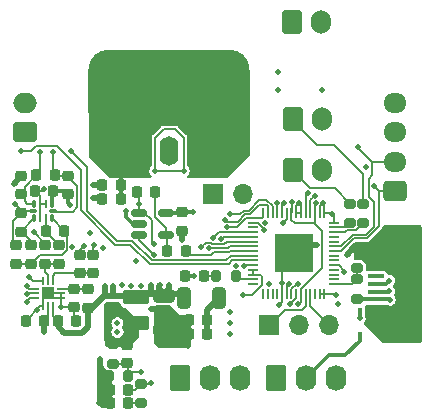
<source format=gtl>
G04 #@! TF.GenerationSoftware,KiCad,Pcbnew,(6.0.7)*
G04 #@! TF.CreationDate,2022-10-27T11:54:22+02:00*
G04 #@! TF.ProjectId,sensorNode,73656e73-6f72-44e6-9f64-652e6b696361,rev?*
G04 #@! TF.SameCoordinates,Original*
G04 #@! TF.FileFunction,Copper,L1,Top*
G04 #@! TF.FilePolarity,Positive*
%FSLAX46Y46*%
G04 Gerber Fmt 4.6, Leading zero omitted, Abs format (unit mm)*
G04 Created by KiCad (PCBNEW (6.0.7)) date 2022-10-27 11:54:22*
%MOMM*%
%LPD*%
G01*
G04 APERTURE LIST*
G04 Aperture macros list*
%AMRoundRect*
0 Rectangle with rounded corners*
0 $1 Rounding radius*
0 $2 $3 $4 $5 $6 $7 $8 $9 X,Y pos of 4 corners*
0 Add a 4 corners polygon primitive as box body*
4,1,4,$2,$3,$4,$5,$6,$7,$8,$9,$2,$3,0*
0 Add four circle primitives for the rounded corners*
1,1,$1+$1,$2,$3*
1,1,$1+$1,$4,$5*
1,1,$1+$1,$6,$7*
1,1,$1+$1,$8,$9*
0 Add four rect primitives between the rounded corners*
20,1,$1+$1,$2,$3,$4,$5,0*
20,1,$1+$1,$4,$5,$6,$7,0*
20,1,$1+$1,$6,$7,$8,$9,0*
20,1,$1+$1,$8,$9,$2,$3,0*%
G04 Aperture macros list end*
G04 #@! TA.AperFunction,SMDPad,CuDef*
%ADD10RoundRect,0.225000X0.225000X0.250000X-0.225000X0.250000X-0.225000X-0.250000X0.225000X-0.250000X0*%
G04 #@! TD*
G04 #@! TA.AperFunction,SMDPad,CuDef*
%ADD11RoundRect,0.200000X0.275000X-0.200000X0.275000X0.200000X-0.275000X0.200000X-0.275000X-0.200000X0*%
G04 #@! TD*
G04 #@! TA.AperFunction,SMDPad,CuDef*
%ADD12RoundRect,0.050000X-0.387500X-0.050000X0.387500X-0.050000X0.387500X0.050000X-0.387500X0.050000X0*%
G04 #@! TD*
G04 #@! TA.AperFunction,SMDPad,CuDef*
%ADD13RoundRect,0.050000X-0.050000X-0.387500X0.050000X-0.387500X0.050000X0.387500X-0.050000X0.387500X0*%
G04 #@! TD*
G04 #@! TA.AperFunction,SMDPad,CuDef*
%ADD14R,3.200000X3.200000*%
G04 #@! TD*
G04 #@! TA.AperFunction,SMDPad,CuDef*
%ADD15RoundRect,0.218750X0.218750X0.256250X-0.218750X0.256250X-0.218750X-0.256250X0.218750X-0.256250X0*%
G04 #@! TD*
G04 #@! TA.AperFunction,ComponentPad*
%ADD16R,1.700000X1.700000*%
G04 #@! TD*
G04 #@! TA.AperFunction,ComponentPad*
%ADD17O,1.700000X1.700000*%
G04 #@! TD*
G04 #@! TA.AperFunction,SMDPad,CuDef*
%ADD18RoundRect,0.218750X0.256250X-0.218750X0.256250X0.218750X-0.256250X0.218750X-0.256250X-0.218750X0*%
G04 #@! TD*
G04 #@! TA.AperFunction,SMDPad,CuDef*
%ADD19RoundRect,0.225000X-0.225000X-0.250000X0.225000X-0.250000X0.225000X0.250000X-0.225000X0.250000X0*%
G04 #@! TD*
G04 #@! TA.AperFunction,SMDPad,CuDef*
%ADD20RoundRect,0.225000X-0.250000X0.225000X-0.250000X-0.225000X0.250000X-0.225000X0.250000X0.225000X0*%
G04 #@! TD*
G04 #@! TA.AperFunction,SMDPad,CuDef*
%ADD21RoundRect,0.225000X0.250000X-0.225000X0.250000X0.225000X-0.250000X0.225000X-0.250000X-0.225000X0*%
G04 #@! TD*
G04 #@! TA.AperFunction,SMDPad,CuDef*
%ADD22RoundRect,0.218750X-0.256250X0.218750X-0.256250X-0.218750X0.256250X-0.218750X0.256250X0.218750X0*%
G04 #@! TD*
G04 #@! TA.AperFunction,SMDPad,CuDef*
%ADD23RoundRect,0.075000X-0.075000X0.225000X-0.075000X-0.225000X0.075000X-0.225000X0.075000X0.225000X0*%
G04 #@! TD*
G04 #@! TA.AperFunction,SMDPad,CuDef*
%ADD24RoundRect,0.062500X-0.062500X0.237500X-0.062500X-0.237500X0.062500X-0.237500X0.062500X0.237500X0*%
G04 #@! TD*
G04 #@! TA.AperFunction,SMDPad,CuDef*
%ADD25RoundRect,0.087500X-0.212500X0.087500X-0.212500X-0.087500X0.212500X-0.087500X0.212500X0.087500X0*%
G04 #@! TD*
G04 #@! TA.AperFunction,ComponentPad*
%ADD26RoundRect,0.250000X-0.600000X-0.750000X0.600000X-0.750000X0.600000X0.750000X-0.600000X0.750000X0*%
G04 #@! TD*
G04 #@! TA.AperFunction,ComponentPad*
%ADD27O,1.700000X2.000000*%
G04 #@! TD*
G04 #@! TA.AperFunction,SMDPad,CuDef*
%ADD28RoundRect,0.200000X-0.275000X0.200000X-0.275000X-0.200000X0.275000X-0.200000X0.275000X0.200000X0*%
G04 #@! TD*
G04 #@! TA.AperFunction,SMDPad,CuDef*
%ADD29RoundRect,0.150000X-0.512500X-0.150000X0.512500X-0.150000X0.512500X0.150000X-0.512500X0.150000X0*%
G04 #@! TD*
G04 #@! TA.AperFunction,ComponentPad*
%ADD30RoundRect,0.250000X-0.620000X-0.845000X0.620000X-0.845000X0.620000X0.845000X-0.620000X0.845000X0*%
G04 #@! TD*
G04 #@! TA.AperFunction,ComponentPad*
%ADD31O,1.740000X2.190000*%
G04 #@! TD*
G04 #@! TA.AperFunction,SMDPad,CuDef*
%ADD32RoundRect,0.200000X0.200000X0.275000X-0.200000X0.275000X-0.200000X-0.275000X0.200000X-0.275000X0*%
G04 #@! TD*
G04 #@! TA.AperFunction,ComponentPad*
%ADD33RoundRect,0.250000X0.750000X-0.600000X0.750000X0.600000X-0.750000X0.600000X-0.750000X-0.600000X0*%
G04 #@! TD*
G04 #@! TA.AperFunction,ComponentPad*
%ADD34O,2.000000X1.700000*%
G04 #@! TD*
G04 #@! TA.AperFunction,ComponentPad*
%ADD35O,1.600000X2.500000*%
G04 #@! TD*
G04 #@! TA.AperFunction,ComponentPad*
%ADD36O,3.500000X7.000000*%
G04 #@! TD*
G04 #@! TA.AperFunction,SMDPad,CuDef*
%ADD37O,0.700000X0.200000*%
G04 #@! TD*
G04 #@! TA.AperFunction,SMDPad,CuDef*
%ADD38O,0.200000X0.700000*%
G04 #@! TD*
G04 #@! TA.AperFunction,SMDPad,CuDef*
%ADD39R,1.000000X1.000000*%
G04 #@! TD*
G04 #@! TA.AperFunction,SMDPad,CuDef*
%ADD40RoundRect,0.250000X0.850000X-0.375000X0.850000X0.375000X-0.850000X0.375000X-0.850000X-0.375000X0*%
G04 #@! TD*
G04 #@! TA.AperFunction,SMDPad,CuDef*
%ADD41RoundRect,0.218750X-0.218750X-0.256250X0.218750X-0.256250X0.218750X0.256250X-0.218750X0.256250X0*%
G04 #@! TD*
G04 #@! TA.AperFunction,SMDPad,CuDef*
%ADD42RoundRect,0.250000X0.325000X0.650000X-0.325000X0.650000X-0.325000X-0.650000X0.325000X-0.650000X0*%
G04 #@! TD*
G04 #@! TA.AperFunction,SMDPad,CuDef*
%ADD43R,1.400000X0.400000*%
G04 #@! TD*
G04 #@! TA.AperFunction,SMDPad,CuDef*
%ADD44R,1.450000X1.150000*%
G04 #@! TD*
G04 #@! TA.AperFunction,SMDPad,CuDef*
%ADD45R,1.900000X1.750000*%
G04 #@! TD*
G04 #@! TA.AperFunction,ComponentPad*
%ADD46O,1.900000X1.050000*%
G04 #@! TD*
G04 #@! TA.AperFunction,SMDPad,CuDef*
%ADD47RoundRect,0.250000X0.650000X-0.325000X0.650000X0.325000X-0.650000X0.325000X-0.650000X-0.325000X0*%
G04 #@! TD*
G04 #@! TA.AperFunction,ComponentPad*
%ADD48RoundRect,0.250000X0.725000X-0.600000X0.725000X0.600000X-0.725000X0.600000X-0.725000X-0.600000X0*%
G04 #@! TD*
G04 #@! TA.AperFunction,ComponentPad*
%ADD49O,1.950000X1.700000*%
G04 #@! TD*
G04 #@! TA.AperFunction,SMDPad,CuDef*
%ADD50R,0.450000X0.600000*%
G04 #@! TD*
G04 #@! TA.AperFunction,ViaPad*
%ADD51C,0.500000*%
G04 #@! TD*
G04 #@! TA.AperFunction,Conductor*
%ADD52C,0.127000*%
G04 #@! TD*
G04 #@! TA.AperFunction,Conductor*
%ADD53C,0.500000*%
G04 #@! TD*
G04 #@! TA.AperFunction,Conductor*
%ADD54C,0.300000*%
G04 #@! TD*
G04 #@! TA.AperFunction,Conductor*
%ADD55C,0.200000*%
G04 #@! TD*
G04 APERTURE END LIST*
D10*
X213275000Y-117087500D03*
X211725000Y-117087500D03*
D11*
X239800000Y-115225000D03*
X239800000Y-113575000D03*
D12*
X230987500Y-108800000D03*
X230987500Y-109200000D03*
X230987500Y-109600000D03*
X230987500Y-110000000D03*
X230987500Y-110400000D03*
X230987500Y-110800000D03*
X230987500Y-111200000D03*
X230987500Y-111600000D03*
X230987500Y-112000000D03*
X230987500Y-112400000D03*
X230987500Y-112800000D03*
X230987500Y-113200000D03*
X230987500Y-113600000D03*
X230987500Y-114000000D03*
D13*
X231825000Y-114837500D03*
X232225000Y-114837500D03*
X232625000Y-114837500D03*
X233025000Y-114837500D03*
X233425000Y-114837500D03*
X233825000Y-114837500D03*
X234225000Y-114837500D03*
X234625000Y-114837500D03*
X235025000Y-114837500D03*
X235425000Y-114837500D03*
X235825000Y-114837500D03*
X236225000Y-114837500D03*
X236625000Y-114837500D03*
X237025000Y-114837500D03*
D12*
X237862500Y-114000000D03*
X237862500Y-113600000D03*
X237862500Y-113200000D03*
X237862500Y-112800000D03*
X237862500Y-112400000D03*
X237862500Y-112000000D03*
X237862500Y-111600000D03*
X237862500Y-111200000D03*
X237862500Y-110800000D03*
X237862500Y-110400000D03*
X237862500Y-110000000D03*
X237862500Y-109600000D03*
X237862500Y-109200000D03*
X237862500Y-108800000D03*
D13*
X237025000Y-107962500D03*
X236625000Y-107962500D03*
X236225000Y-107962500D03*
X235825000Y-107962500D03*
X235425000Y-107962500D03*
X235025000Y-107962500D03*
X234625000Y-107962500D03*
X234225000Y-107962500D03*
X233825000Y-107962500D03*
X233425000Y-107962500D03*
X233025000Y-107962500D03*
X232625000Y-107962500D03*
X232225000Y-107962500D03*
X231825000Y-107962500D03*
D14*
X234425000Y-111400000D03*
D15*
X214212500Y-104800000D03*
X212637500Y-104800000D03*
X227087500Y-117000000D03*
X225512500Y-117000000D03*
D16*
X232360000Y-117500000D03*
D17*
X234900000Y-117500000D03*
X237440000Y-117500000D03*
D15*
X214987500Y-109500000D03*
X213412500Y-109500000D03*
D18*
X217000000Y-115987500D03*
X217000000Y-114412500D03*
D15*
X225287500Y-111200000D03*
X223712500Y-111200000D03*
D19*
X218825000Y-122950000D03*
X220375000Y-122950000D03*
D20*
X215800000Y-114412500D03*
X215800000Y-115962500D03*
D21*
X211350000Y-106375000D03*
X211350000Y-104825000D03*
D22*
X212175000Y-110712500D03*
X212175000Y-112287500D03*
D23*
X213950000Y-107175000D03*
D24*
X213450000Y-107175000D03*
X212950000Y-107175000D03*
D23*
X212450000Y-107175000D03*
D25*
X212325000Y-107800000D03*
D23*
X212450000Y-108425000D03*
D24*
X212950000Y-108425000D03*
X213450000Y-108425000D03*
D23*
X213950000Y-108425000D03*
D25*
X214075000Y-107800000D03*
D26*
X234250000Y-91800000D03*
D27*
X236750000Y-91800000D03*
D28*
X219100000Y-119075000D03*
X219100000Y-120725000D03*
D29*
X221362500Y-107950000D03*
X221362500Y-108900000D03*
X221362500Y-109850000D03*
X223637500Y-109850000D03*
X223637500Y-107950000D03*
D26*
X234350000Y-100000000D03*
D27*
X236850000Y-100000000D03*
D10*
X219775000Y-105600000D03*
X218225000Y-105600000D03*
D15*
X227087500Y-118200000D03*
X225512500Y-118200000D03*
D16*
X227550000Y-106375000D03*
D17*
X230090000Y-106375000D03*
D30*
X232960000Y-121920000D03*
D31*
X235500000Y-121920000D03*
X238040000Y-121920000D03*
D32*
X220425000Y-121800000D03*
X218775000Y-121800000D03*
D22*
X210900000Y-110712500D03*
X210900000Y-112287500D03*
D33*
X211700000Y-101150000D03*
D34*
X211700000Y-98650000D03*
D35*
X223900000Y-102700000D03*
D36*
X228980000Y-97620000D03*
D35*
X221360000Y-102700000D03*
D36*
X218820000Y-97620000D03*
D22*
X211300000Y-108012500D03*
X211300000Y-109587500D03*
D28*
X221500000Y-122425000D03*
X221500000Y-124075000D03*
D37*
X214675000Y-115187500D03*
X214675000Y-114787500D03*
X214675000Y-114387500D03*
D38*
X214000000Y-113712500D03*
X213600000Y-113712500D03*
X213200000Y-113712500D03*
D37*
X212525000Y-114387500D03*
X212525000Y-114787500D03*
X212525000Y-115187500D03*
D38*
X213200000Y-115862500D03*
X213600000Y-115862500D03*
X214000000Y-115862500D03*
D39*
X213600000Y-114787500D03*
D40*
X221057500Y-117275000D03*
X221057500Y-115125000D03*
D41*
X218212500Y-106800000D03*
X219787500Y-106800000D03*
D26*
X234350000Y-104300000D03*
D27*
X236850000Y-104300000D03*
D11*
X240300000Y-108825000D03*
X240300000Y-107175000D03*
D18*
X217400000Y-113087500D03*
X217400000Y-111512500D03*
D11*
X239200000Y-108825000D03*
X239200000Y-107175000D03*
D30*
X224760000Y-121920000D03*
D31*
X227300000Y-121920000D03*
X229840000Y-121920000D03*
D20*
X215300000Y-104825000D03*
X215300000Y-106375000D03*
X225000000Y-107925000D03*
X225000000Y-109475000D03*
D19*
X212525000Y-106100000D03*
X214075000Y-106100000D03*
D21*
X213375000Y-112275000D03*
X213375000Y-110725000D03*
D15*
X222687500Y-106200000D03*
X221112500Y-106200000D03*
D42*
X228075000Y-115200000D03*
X225125000Y-115200000D03*
D18*
X214575000Y-112287500D03*
X214575000Y-110712500D03*
D43*
X241350000Y-115300000D03*
X241350000Y-114650000D03*
X241350000Y-114000000D03*
X241350000Y-113350000D03*
X241350000Y-112700000D03*
D44*
X241770000Y-111680000D03*
D45*
X244000000Y-115125000D03*
X244000000Y-112875000D03*
D46*
X244000000Y-117575000D03*
X244000000Y-110425000D03*
D44*
X241770000Y-116320000D03*
D47*
X223400000Y-117925000D03*
X223400000Y-114975000D03*
D21*
X220300000Y-120675000D03*
X220300000Y-119125000D03*
D32*
X229525000Y-113300000D03*
X227875000Y-113300000D03*
D48*
X243000000Y-106150000D03*
D49*
X243000000Y-103650000D03*
X243000000Y-101150000D03*
X243000000Y-98650000D03*
D19*
X218825000Y-124100000D03*
X220375000Y-124100000D03*
D11*
X239800000Y-112625000D03*
X239800000Y-110975000D03*
D41*
X225225000Y-113300000D03*
X226800000Y-113300000D03*
D21*
X216300000Y-113075000D03*
X216300000Y-111525000D03*
D50*
X240000000Y-118350000D03*
X240000000Y-116250000D03*
D19*
X214425000Y-117087500D03*
X215975000Y-117087500D03*
D51*
X234047174Y-113948500D03*
X238150000Y-115700000D03*
X223400000Y-119100000D03*
X225500000Y-119200000D03*
X238900000Y-111550000D03*
X219900000Y-114100000D03*
X213600000Y-114665500D03*
X216650000Y-110750000D03*
X229050000Y-118200000D03*
X232300000Y-114000000D03*
X212400000Y-109600000D03*
X218300000Y-110900000D03*
X210714016Y-105492728D03*
X234200000Y-110500000D03*
X233200000Y-115750000D03*
X222950000Y-116100000D03*
X222900000Y-116800000D03*
X236800000Y-97600000D03*
X212650000Y-116150000D03*
X236350000Y-110650000D03*
X219500000Y-118050000D03*
X220675000Y-114123500D03*
X219500000Y-117300000D03*
X233100000Y-97600000D03*
X217200000Y-109700000D03*
X217400000Y-105600000D03*
X223600000Y-116100000D03*
X235200000Y-110500000D03*
X231998498Y-108800000D03*
X215500000Y-107300000D03*
X222300000Y-116100000D03*
X229050000Y-117300000D03*
X233425000Y-113875000D03*
X225950000Y-113300000D03*
X225000000Y-110300000D03*
X217900000Y-124050000D03*
X233300000Y-110500000D03*
X218000000Y-120350000D03*
X221450000Y-114123500D03*
X214750000Y-115950000D03*
X229500000Y-112448500D03*
X220200000Y-107800000D03*
X229050000Y-116400000D03*
X224700000Y-117100000D03*
X236900000Y-107150000D03*
X234879509Y-107100000D03*
X231900000Y-109426503D03*
X218650000Y-117400000D03*
X238700000Y-113000000D03*
X234100000Y-115700000D03*
X230200000Y-112440000D03*
X213250000Y-118050000D03*
X218650000Y-116614000D03*
X218650000Y-118250000D03*
X240500000Y-104090000D03*
X233100000Y-96000000D03*
X237700000Y-108050000D03*
X218650000Y-115750000D03*
X234800000Y-115700000D03*
X236265000Y-107155379D03*
X234254847Y-107052017D03*
X222300000Y-122400000D03*
X221450000Y-121450000D03*
X225900000Y-107900000D03*
X218409275Y-114186751D03*
X221050000Y-112050000D03*
X223850000Y-114073500D03*
X215680714Y-110825204D03*
X223100000Y-114073500D03*
X213248500Y-105950000D03*
X219150000Y-114150000D03*
X222300000Y-114073500D03*
X212912500Y-102800000D03*
X217400000Y-106700000D03*
X214037500Y-102800000D03*
X240000000Y-116900000D03*
X242546006Y-115321792D03*
X242500000Y-114600000D03*
X242500000Y-113700000D03*
X234750000Y-113950000D03*
X235600000Y-106300000D03*
X236181693Y-106532677D03*
X228800000Y-109160000D03*
X230100000Y-114900000D03*
X238000000Y-114900000D03*
X239900000Y-102350000D03*
X241200000Y-105725000D03*
X228600000Y-108550000D03*
X229050000Y-108100000D03*
X233000000Y-107100000D03*
X233626503Y-107100000D03*
X233500000Y-108800000D03*
X215600000Y-102700000D03*
X211300000Y-102700000D03*
X211800000Y-114800000D03*
X226611127Y-110894000D03*
X227232301Y-110975524D03*
X211800000Y-115500000D03*
X212000000Y-113400000D03*
X227600000Y-110100000D03*
X228300000Y-110200000D03*
X211800000Y-114173497D03*
X210800000Y-107200000D03*
X222600000Y-110600000D03*
X225100000Y-104400000D03*
X221300000Y-107200000D03*
X222700000Y-104400000D03*
X222600000Y-111500000D03*
X217500000Y-110700000D03*
D52*
X233825000Y-114170674D02*
X234047174Y-113948500D01*
X233825000Y-114837500D02*
X233825000Y-114170674D01*
X233425000Y-115525000D02*
X233200000Y-115750000D01*
D53*
X210714016Y-105492728D02*
X211350000Y-104856744D01*
X225000000Y-109475000D02*
X225000000Y-110300000D01*
X239800000Y-110975000D02*
X239475000Y-110975000D01*
D54*
X221362500Y-108900000D02*
X220800000Y-108900000D01*
X215025000Y-106100000D02*
X215300000Y-106375000D01*
X222900000Y-117600000D02*
X222900000Y-116800000D01*
D52*
X233425000Y-114837500D02*
X233425000Y-112400000D01*
X214000000Y-115187500D02*
X213600000Y-114787500D01*
X218775000Y-124050000D02*
X218825000Y-124100000D01*
D53*
X225412500Y-117100000D02*
X225512500Y-117000000D01*
D54*
X225512500Y-117612500D02*
X225512500Y-118200000D01*
D52*
X213200000Y-115862500D02*
X213200000Y-115187500D01*
D54*
X225225000Y-113300000D02*
X225950000Y-113300000D01*
D53*
X222950000Y-116100000D02*
X222950000Y-116750000D01*
D52*
X214750000Y-115950000D02*
X214762500Y-115962500D01*
X215800000Y-116912500D02*
X215975000Y-117087500D01*
X233425000Y-114837500D02*
X233425000Y-115525000D01*
X215800000Y-115962500D02*
X215800000Y-116912500D01*
D54*
X225512500Y-117000000D02*
X225512500Y-117612500D01*
D52*
X218825000Y-124100000D02*
X217950000Y-124100000D01*
X218000000Y-120950000D02*
X218000000Y-120350000D01*
D53*
X223400000Y-117775000D02*
X223400000Y-119100000D01*
X223600000Y-116100000D02*
X223900000Y-116400000D01*
D52*
X214762500Y-115962500D02*
X215800000Y-115962500D01*
X217950000Y-124100000D02*
X217900000Y-124050000D01*
D53*
X211350000Y-104856744D02*
X211350000Y-104825000D01*
D54*
X223075000Y-117775000D02*
X222900000Y-117600000D01*
X214075000Y-106100000D02*
X215025000Y-106100000D01*
D52*
X233425000Y-112400000D02*
X234425000Y-111400000D01*
D53*
X224700000Y-117100000D02*
X225412500Y-117100000D01*
X224700000Y-117100000D02*
X224075000Y-117100000D01*
D52*
X214750000Y-115950000D02*
X214675000Y-115875000D01*
X235350000Y-110650000D02*
X235200000Y-110500000D01*
X216300000Y-111100000D02*
X216300000Y-111525000D01*
D53*
X224075000Y-117100000D02*
X223900000Y-117275000D01*
X223900000Y-117275000D02*
X223400000Y-117775000D01*
X223600000Y-116100000D02*
X222950000Y-116100000D01*
D52*
X214675000Y-114787500D02*
X213600000Y-114787500D01*
X213200000Y-115187500D02*
X213600000Y-114787500D01*
D54*
X213950000Y-106225000D02*
X214075000Y-106100000D01*
D53*
X217400000Y-105600000D02*
X218225000Y-105600000D01*
D52*
X216650000Y-110750000D02*
X216300000Y-111100000D01*
X214675000Y-115187500D02*
X214000000Y-115187500D01*
D54*
X225512500Y-118200000D02*
X225512500Y-119187500D01*
X223400000Y-117775000D02*
X223625000Y-117775000D01*
D55*
X213375000Y-110725000D02*
X213375000Y-110575000D01*
D53*
X225087500Y-117775000D02*
X225512500Y-118200000D01*
D54*
X220800000Y-108900000D02*
X220200000Y-108300000D01*
D52*
X218775000Y-121800000D02*
X218775000Y-124050000D01*
D54*
X225212500Y-117612500D02*
X225512500Y-117612500D01*
X213950000Y-107175000D02*
X213950000Y-106225000D01*
D53*
X239475000Y-110975000D02*
X238900000Y-111550000D01*
D54*
X223400000Y-117775000D02*
X223075000Y-117775000D01*
D53*
X223900000Y-116400000D02*
X223900000Y-117275000D01*
D52*
X218300000Y-121250000D02*
X218000000Y-120950000D01*
D53*
X223400000Y-117775000D02*
X225087500Y-117775000D01*
D52*
X218775000Y-121800000D02*
X218775000Y-121725000D01*
D54*
X223625000Y-117775000D02*
X224000000Y-117400000D01*
D53*
X222950000Y-116750000D02*
X222900000Y-116800000D01*
D55*
X213375000Y-110575000D02*
X212400000Y-109600000D01*
D54*
X224700000Y-117100000D02*
X225212500Y-117612500D01*
D52*
X211725000Y-117087500D02*
X212950000Y-115862500D01*
X214675000Y-115875000D02*
X214675000Y-115187500D01*
X218775000Y-121725000D02*
X218300000Y-121250000D01*
D54*
X215300000Y-106375000D02*
X215300000Y-107100000D01*
D52*
X214675000Y-114787500D02*
X214675000Y-115187500D01*
D53*
X222950000Y-116100000D02*
X222300000Y-116100000D01*
D54*
X220200000Y-108300000D02*
X220200000Y-107800000D01*
D52*
X212950000Y-115862500D02*
X213200000Y-115862500D01*
D53*
X236350000Y-110650000D02*
X235350000Y-110650000D01*
D54*
X215300000Y-107100000D02*
X215500000Y-107300000D01*
X225512500Y-119187500D02*
X225500000Y-119200000D01*
D53*
X220300000Y-119125000D02*
X220300000Y-117932500D01*
D52*
X238240118Y-112400000D02*
X238700000Y-112859882D01*
X213600000Y-116762500D02*
X213275000Y-117087500D01*
X230987500Y-112400000D02*
X230240000Y-112400000D01*
X234625000Y-115215118D02*
X234625000Y-114837500D01*
D53*
X220300000Y-117932500D02*
X221057500Y-117175000D01*
X218650000Y-118700000D02*
X218650000Y-118250000D01*
X219100000Y-119075000D02*
X220250000Y-119075000D01*
D52*
X231365118Y-108800000D02*
X231900000Y-109334882D01*
X234140118Y-115700000D02*
X234625000Y-115215118D01*
X236625000Y-107962500D02*
X236625000Y-107425000D01*
X234625000Y-107354509D02*
X234879509Y-107100000D01*
D53*
X218650000Y-115750000D02*
X218650000Y-116614000D01*
X219025000Y-119075000D02*
X218650000Y-118700000D01*
D52*
X238700000Y-112859882D02*
X238700000Y-113000000D01*
X237025000Y-107275000D02*
X236900000Y-107150000D01*
X236625000Y-107425000D02*
X236900000Y-107150000D01*
X234625000Y-107962500D02*
X235025000Y-107962500D01*
D53*
X220250000Y-119075000D02*
X220300000Y-119125000D01*
X218650000Y-116614000D02*
X218650000Y-118250000D01*
D52*
X230240000Y-112400000D02*
X230200000Y-112440000D01*
X235025000Y-107245491D02*
X234879509Y-107100000D01*
D53*
X219100000Y-119075000D02*
X219025000Y-119075000D01*
D52*
X237025000Y-107962500D02*
X237612500Y-107962500D01*
D53*
X213275000Y-117087500D02*
X213275000Y-118025000D01*
D52*
X237025000Y-107962500D02*
X237025000Y-107275000D01*
X231900000Y-109334882D02*
X231900000Y-109426503D01*
X234625000Y-107962500D02*
X234625000Y-107354509D01*
X237612500Y-107962500D02*
X237700000Y-108050000D01*
X213600000Y-115862500D02*
X213600000Y-116762500D01*
X237862500Y-112400000D02*
X238240118Y-112400000D01*
D53*
X213275000Y-118025000D02*
X213250000Y-118050000D01*
D52*
X237862500Y-108212500D02*
X237700000Y-108050000D01*
X234100000Y-115700000D02*
X234140118Y-115700000D01*
X235025000Y-107962500D02*
X235025000Y-107245491D01*
X237862500Y-108800000D02*
X237862500Y-108212500D01*
X230987500Y-108800000D02*
X231365118Y-108800000D01*
D54*
X238800000Y-120000000D02*
X237420000Y-120000000D01*
X240000000Y-118350000D02*
X240000000Y-118800000D01*
X237420000Y-120000000D02*
X235500000Y-121920000D01*
X240000000Y-118800000D02*
X238800000Y-120000000D01*
D52*
X236225000Y-108725000D02*
X236225000Y-107962500D01*
X234225000Y-108575000D02*
X234500000Y-108850000D01*
X236225000Y-107962500D02*
X236225000Y-107195379D01*
X235025000Y-114837500D02*
X235025000Y-115475000D01*
X236100000Y-108850000D02*
X236225000Y-108725000D01*
X235025000Y-114837500D02*
X235025000Y-114375000D01*
X236225000Y-107195379D02*
X236265000Y-107155379D01*
X235025000Y-114375000D02*
X236790500Y-112609500D01*
X234254847Y-107052017D02*
X234254847Y-107932653D01*
X236790500Y-109540500D02*
X236100000Y-108850000D01*
X234254847Y-107932653D02*
X234225000Y-107962500D01*
X236790500Y-112609500D02*
X236790500Y-109540500D01*
X235025000Y-115475000D02*
X234800000Y-115700000D01*
X234225000Y-107962500D02*
X234225000Y-108575000D01*
X234500000Y-108850000D02*
X236100000Y-108850000D01*
X221500000Y-124075000D02*
X220400000Y-124075000D01*
X220400000Y-124075000D02*
X220375000Y-124100000D01*
X221500000Y-122425000D02*
X222275000Y-122425000D01*
X220975000Y-122950000D02*
X221500000Y-122425000D01*
X220375000Y-122950000D02*
X220975000Y-122950000D01*
X222275000Y-122425000D02*
X222300000Y-122400000D01*
X220425000Y-120800000D02*
X220300000Y-120675000D01*
X219100000Y-120725000D02*
X220250000Y-120725000D01*
X220250000Y-120725000D02*
X220300000Y-120675000D01*
X220425000Y-121800000D02*
X220425000Y-120800000D01*
X220425000Y-121800000D02*
X220775000Y-121450000D01*
X220775000Y-121450000D02*
X221450000Y-121450000D01*
X212950000Y-108425000D02*
X212950000Y-107175000D01*
D53*
X224750000Y-114825000D02*
X225125000Y-115200000D01*
X222325000Y-114825000D02*
X222325000Y-114098500D01*
D54*
X225325000Y-107950000D02*
X223637500Y-107950000D01*
D53*
X219125000Y-115025000D02*
X219125000Y-114175000D01*
D52*
X214000000Y-116662500D02*
X214425000Y-117087500D01*
D53*
X221057500Y-115025000D02*
X219125000Y-115025000D01*
D54*
X225900000Y-107900000D02*
X225375000Y-107900000D01*
D53*
X223850000Y-114450000D02*
X223475000Y-114825000D01*
D55*
X213098500Y-106100000D02*
X212525000Y-106100000D01*
D53*
X223050000Y-114123500D02*
X223100000Y-114073500D01*
X219125000Y-114175000D02*
X219150000Y-114150000D01*
D55*
X213248500Y-105950000D02*
X213098500Y-106100000D01*
D53*
X219125000Y-115025000D02*
X218325000Y-115025000D01*
X214425000Y-117525000D02*
X215000000Y-118100000D01*
D54*
X225375000Y-107900000D02*
X225325000Y-107950000D01*
D53*
X223850000Y-114073500D02*
X223850000Y-114450000D01*
X223400000Y-114800000D02*
X223050000Y-114450000D01*
D55*
X212950000Y-106525000D02*
X212525000Y-106100000D01*
D53*
X218409275Y-114940725D02*
X218409275Y-114186751D01*
X217362500Y-115987500D02*
X217000000Y-115987500D01*
D52*
X214000000Y-115862500D02*
X214000000Y-116662500D01*
D53*
X217000000Y-117600000D02*
X217000000Y-115987500D01*
X221257500Y-114825000D02*
X221057500Y-115025000D01*
X218325000Y-115025000D02*
X218409275Y-114940725D01*
X222325000Y-114825000D02*
X221257500Y-114825000D01*
X222325000Y-114098500D02*
X222300000Y-114073500D01*
D55*
X213450000Y-107175000D02*
X212950000Y-107175000D01*
D53*
X223050000Y-114450000D02*
X223050000Y-114123500D01*
X223400000Y-114825000D02*
X222325000Y-114825000D01*
X214425000Y-117087500D02*
X214425000Y-117525000D01*
X215000000Y-118100000D02*
X216500000Y-118100000D01*
X216500000Y-118100000D02*
X217000000Y-117600000D01*
X223475000Y-114825000D02*
X223400000Y-114825000D01*
X223400000Y-114975000D02*
X223400000Y-114800000D01*
D55*
X212950000Y-107175000D02*
X212950000Y-106525000D01*
D53*
X223400000Y-114825000D02*
X224750000Y-114825000D01*
X218325000Y-115025000D02*
X217362500Y-115987500D01*
X227087500Y-118200000D02*
X227087500Y-117000000D01*
X227087500Y-116187500D02*
X228075000Y-115200000D01*
X227087500Y-117000000D02*
X227087500Y-116187500D01*
D54*
X221360000Y-102700000D02*
X221360000Y-103140000D01*
X219787500Y-104712500D02*
X219787500Y-106800000D01*
X221360000Y-103140000D02*
X219787500Y-104712500D01*
D52*
X211650000Y-106950000D02*
X211650000Y-105750000D01*
X212912500Y-104525000D02*
X212637500Y-104800000D01*
X212600000Y-104800000D02*
X212637500Y-104800000D01*
X212912500Y-102800000D02*
X212912500Y-104525000D01*
X212450000Y-107175000D02*
X211875000Y-107175000D01*
X211650000Y-105750000D02*
X212600000Y-104800000D01*
X211875000Y-107175000D02*
X211650000Y-106950000D01*
D53*
X217400000Y-106700000D02*
X218112500Y-106700000D01*
X218112500Y-106700000D02*
X218212500Y-106800000D01*
D52*
X216100000Y-105700000D02*
X216100000Y-107500000D01*
X214175000Y-107900000D02*
X214075000Y-107800000D01*
X215300000Y-104825000D02*
X214237500Y-104825000D01*
X214037500Y-102800000D02*
X214037500Y-104625000D01*
X214037500Y-104625000D02*
X214212500Y-104800000D01*
X215300000Y-104825000D02*
X215300000Y-104900000D01*
X216100000Y-107500000D02*
X215700000Y-107900000D01*
X215300000Y-104900000D02*
X216100000Y-105700000D01*
X214237500Y-104825000D02*
X214212500Y-104800000D01*
X215700000Y-107900000D02*
X214175000Y-107900000D01*
X214212500Y-113087500D02*
X217400000Y-113087500D01*
X216300000Y-113075000D02*
X217387500Y-113075000D01*
X217387500Y-113075000D02*
X217400000Y-113087500D01*
X214000000Y-113712500D02*
X214000000Y-113300000D01*
X214000000Y-113300000D02*
X214212500Y-113087500D01*
X213387500Y-112287500D02*
X213375000Y-112275000D01*
X213375000Y-112275000D02*
X213375000Y-112975000D01*
X213600000Y-113200000D02*
X213600000Y-113712500D01*
X213375000Y-112975000D02*
X213600000Y-113200000D01*
X214575000Y-112287500D02*
X213387500Y-112287500D01*
X214675000Y-114387500D02*
X216975000Y-114387500D01*
X216975000Y-114387500D02*
X217000000Y-114412500D01*
D54*
X240000000Y-116900000D02*
X240000000Y-116250000D01*
D52*
X226800000Y-113300000D02*
X227875000Y-113300000D01*
D54*
X239875000Y-115300000D02*
X239800000Y-115225000D01*
X241350000Y-115300000D02*
X239875000Y-115300000D01*
X241350000Y-115300000D02*
X242524214Y-115300000D01*
X242524214Y-115300000D02*
X242546006Y-115321792D01*
X242500000Y-114600000D02*
X242450000Y-114650000D01*
X242450000Y-114650000D02*
X241350000Y-114650000D01*
X242200000Y-114000000D02*
X242500000Y-113700000D01*
X241350000Y-114000000D02*
X242200000Y-114000000D01*
D52*
X235100000Y-116200000D02*
X233660000Y-116200000D01*
X235425000Y-114837500D02*
X235425000Y-115875000D01*
X233660000Y-116200000D02*
X232360000Y-117500000D01*
X235425000Y-115875000D02*
X235100000Y-116200000D01*
X235825000Y-114837500D02*
X235825000Y-115875000D01*
X235825000Y-115875000D02*
X235900000Y-115950000D01*
X235900000Y-115960000D02*
X237440000Y-117500000D01*
X235900000Y-115950000D02*
X235900000Y-115960000D01*
X240300000Y-107175000D02*
X240300000Y-104700000D01*
X236400000Y-102200000D02*
X234350000Y-100150000D01*
X240300000Y-104700000D02*
X237800000Y-102200000D01*
X234350000Y-100150000D02*
X234350000Y-100000000D01*
X237800000Y-102200000D02*
X236400000Y-102200000D01*
X237925000Y-105900000D02*
X235800000Y-105900000D01*
X239200000Y-107175000D02*
X237925000Y-105900000D01*
X234350000Y-104450000D02*
X234350000Y-104300000D01*
X235800000Y-105900000D02*
X234350000Y-104450000D01*
X234750000Y-113950000D02*
X234668636Y-113950000D01*
X234225000Y-114393636D02*
X234225000Y-114837500D01*
X234668636Y-113950000D02*
X234225000Y-114393636D01*
X235425000Y-106475000D02*
X235425000Y-107962500D01*
X235600000Y-106300000D02*
X235425000Y-106475000D01*
X235825000Y-106889370D02*
X235825000Y-107962500D01*
X236181693Y-106532677D02*
X235825000Y-106889370D01*
X229599210Y-109160000D02*
X230359210Y-108400000D01*
X228800000Y-109160000D02*
X229599210Y-109160000D01*
X231700000Y-108400000D02*
X231825000Y-108275000D01*
X231825000Y-108275000D02*
X231825000Y-107962500D01*
X230359210Y-108400000D02*
X231700000Y-108400000D01*
X237862500Y-114000000D02*
X239375000Y-114000000D01*
X239800000Y-112625000D02*
X239800000Y-113575000D01*
X239375000Y-114000000D02*
X239800000Y-113575000D01*
X230900000Y-114900000D02*
X231700000Y-114100000D01*
X230987500Y-113200000D02*
X231600000Y-113200000D01*
X231600000Y-113200000D02*
X231700000Y-113300000D01*
X231700000Y-113300000D02*
X231700000Y-114100000D01*
X230900000Y-114900000D02*
X230200000Y-114900000D01*
X230987500Y-112800000D02*
X230987500Y-113200000D01*
X230200000Y-114900000D02*
X230100000Y-114900000D01*
X237937500Y-114837500D02*
X238000000Y-114900000D01*
X236625000Y-114837500D02*
X237025000Y-114837500D01*
X237025000Y-114837500D02*
X237937500Y-114837500D01*
X238968710Y-109415500D02*
X239709500Y-109415500D01*
X238784210Y-109600000D02*
X238968710Y-109415500D01*
X239709500Y-109415500D02*
X240300000Y-108825000D01*
X237862500Y-109600000D02*
X238784210Y-109600000D01*
X237862500Y-109200000D02*
X238825000Y-109200000D01*
X238825000Y-109200000D02*
X239200000Y-108825000D01*
X241050000Y-103650000D02*
X241050000Y-104800000D01*
X239900000Y-102350000D02*
X239900000Y-102500000D01*
X241200000Y-107047750D02*
X241200000Y-109150000D01*
X240759500Y-106607250D02*
X241200000Y-107047750D01*
X239404000Y-109846000D02*
X238450000Y-110800000D01*
X240759500Y-105090500D02*
X240759500Y-106607250D01*
X240504000Y-109846000D02*
X239404000Y-109846000D01*
X243000000Y-103650000D02*
X241050000Y-103650000D01*
X239900000Y-102500000D02*
X241050000Y-103650000D01*
X241200000Y-109150000D02*
X240504000Y-109846000D01*
X241050000Y-104800000D02*
X240759500Y-105090500D01*
X238450000Y-110800000D02*
X237862500Y-110800000D01*
X241625000Y-109084210D02*
X241625000Y-106150000D01*
X241625000Y-106150000D02*
X241200000Y-105725000D01*
X239550000Y-110100000D02*
X240609210Y-110100000D01*
X237862500Y-111200000D02*
X238450000Y-111200000D01*
X243000000Y-106150000D02*
X241625000Y-106150000D01*
X240609210Y-110100000D02*
X241625000Y-109084210D01*
X238450000Y-111200000D02*
X239550000Y-110100000D01*
X228750000Y-108700000D02*
X229700000Y-108700000D01*
X231500000Y-107300000D02*
X232140790Y-107300000D01*
X232140790Y-107300000D02*
X232225000Y-107384210D01*
X232225000Y-107384210D02*
X232225000Y-107962500D01*
X230300000Y-108100000D02*
X230700000Y-108100000D01*
X229700000Y-108700000D02*
X230300000Y-108100000D01*
X230700000Y-108100000D02*
X231500000Y-107300000D01*
X228600000Y-108550000D02*
X228750000Y-108700000D01*
X230600000Y-107800000D02*
X231500000Y-106900000D01*
X232625000Y-107425000D02*
X232625000Y-107962500D01*
X231500000Y-106900000D02*
X232100000Y-106900000D01*
X229050000Y-108100000D02*
X229900000Y-108100000D01*
X230200000Y-107800000D02*
X230600000Y-107800000D01*
X232100000Y-106900000D02*
X232625000Y-107425000D01*
X229900000Y-108100000D02*
X230200000Y-107800000D01*
X233025000Y-107325000D02*
X233025000Y-107962500D01*
X233000000Y-107100000D02*
X233000000Y-107300000D01*
X233000000Y-107300000D02*
X233025000Y-107325000D01*
X233622962Y-107100000D02*
X233425000Y-107297962D01*
X233626503Y-107100000D02*
X233622962Y-107100000D01*
X233425000Y-107297962D02*
X233425000Y-107962500D01*
X233500000Y-108800000D02*
X233825000Y-108475000D01*
X233825000Y-108475000D02*
X233825000Y-107962500D01*
X216959500Y-104059500D02*
X215600000Y-102700000D01*
X222400000Y-112000000D02*
X220740500Y-110340500D01*
X228700000Y-112000000D02*
X222400000Y-112000000D01*
X230987500Y-111600000D02*
X229100000Y-111600000D01*
X220740500Y-110340500D02*
X219449710Y-110340500D01*
X216959500Y-107850290D02*
X216959500Y-104059500D01*
X219449710Y-110340500D02*
X216959500Y-107850290D01*
X229100000Y-111600000D02*
X228700000Y-112000000D01*
X228900000Y-112300000D02*
X229200000Y-112000000D01*
X222250000Y-112300000D02*
X228900000Y-112300000D01*
X219300000Y-110650000D02*
X220600000Y-110650000D01*
X220600000Y-110650000D02*
X222250000Y-112300000D01*
X212200000Y-102700000D02*
X212600000Y-102300000D01*
X211300000Y-102700000D02*
X212200000Y-102700000D01*
X212600000Y-102300000D02*
X214400000Y-102300000D01*
X216400000Y-104300000D02*
X216400000Y-107750000D01*
X229200000Y-112000000D02*
X230987500Y-112000000D01*
X216400000Y-107750000D02*
X219300000Y-110650000D01*
X214400000Y-102300000D02*
X216400000Y-104300000D01*
X225587500Y-111500000D02*
X225287500Y-111200000D01*
X227647750Y-111300000D02*
X227447750Y-111500000D01*
X230987500Y-111200000D02*
X229000000Y-111200000D01*
X229000000Y-111200000D02*
X228900000Y-111300000D01*
X228900000Y-111300000D02*
X227647750Y-111300000D01*
X227447750Y-111500000D02*
X225587500Y-111500000D01*
X227005127Y-110500000D02*
X227377038Y-110500000D01*
X227517538Y-110640500D02*
X228559500Y-110640500D01*
X212525000Y-114787500D02*
X211812500Y-114787500D01*
X228800000Y-110400000D02*
X230987500Y-110400000D01*
X226611127Y-110894000D02*
X227005127Y-110500000D01*
X227377038Y-110500000D02*
X227517538Y-110640500D01*
X211812500Y-114787500D02*
X211800000Y-114800000D01*
X228559500Y-110640500D02*
X228800000Y-110400000D01*
X229000000Y-110800000D02*
X230987500Y-110800000D01*
X228824476Y-110975524D02*
X229000000Y-110800000D01*
X212525000Y-115187500D02*
X212112500Y-115187500D01*
X227232301Y-110975524D02*
X228824476Y-110975524D01*
X212112500Y-115187500D02*
X211800000Y-115500000D01*
X228100000Y-109600000D02*
X230987500Y-109600000D01*
X227600000Y-110100000D02*
X228100000Y-109600000D01*
X213200000Y-113712500D02*
X212312500Y-113712500D01*
X212312500Y-113712500D02*
X212000000Y-113400000D01*
X228500000Y-110000000D02*
X230987500Y-110000000D01*
X228300000Y-110200000D02*
X228500000Y-110000000D01*
X212014003Y-114387500D02*
X211800000Y-114173497D01*
X212525000Y-114387500D02*
X212014003Y-114387500D01*
X212325000Y-107800000D02*
X211512500Y-107800000D01*
X210634500Y-108678000D02*
X210634500Y-110447000D01*
X211300000Y-108012500D02*
X211300000Y-107700000D01*
X211300000Y-108012500D02*
X210634500Y-108678000D01*
X211300000Y-107700000D02*
X210800000Y-107200000D01*
X211512500Y-107800000D02*
X211300000Y-108012500D01*
X210634500Y-110447000D02*
X210900000Y-110712500D01*
X211418750Y-109587500D02*
X212175000Y-110343750D01*
X211300000Y-109587500D02*
X211418750Y-109587500D01*
X212450000Y-108437500D02*
X211300000Y-109587500D01*
X212450000Y-108425000D02*
X212450000Y-108437500D01*
X212175000Y-110343750D02*
X212175000Y-110712500D01*
X213787500Y-109887500D02*
X213787500Y-109500000D01*
X214575000Y-110712500D02*
X214575000Y-110675000D01*
X213450000Y-109162500D02*
X213450000Y-108425000D01*
X214575000Y-110675000D02*
X213787500Y-109887500D01*
X213787500Y-109500000D02*
X213450000Y-109162500D01*
X215240500Y-109500000D02*
X215240500Y-111100767D01*
X213950000Y-108425000D02*
X214987500Y-109462500D01*
X215240500Y-111100767D02*
X214841267Y-111500000D01*
X210900000Y-112287500D02*
X212175000Y-112287500D01*
X214987500Y-109462500D02*
X214987500Y-109500000D01*
X212962500Y-111500000D02*
X212175000Y-112287500D01*
X214841267Y-111500000D02*
X212962500Y-111500000D01*
X225100000Y-101600000D02*
X225100000Y-104400000D01*
X221750000Y-107950000D02*
X221362500Y-107950000D01*
X222600000Y-110600000D02*
X222400000Y-110400000D01*
X222700000Y-104400000D02*
X222700000Y-101600000D01*
X221362500Y-107262500D02*
X221362500Y-107950000D01*
X222400000Y-110400000D02*
X222400000Y-108600000D01*
X225100000Y-104400000D02*
X222700000Y-104400000D01*
X223400000Y-100900000D02*
X224400000Y-100900000D01*
X221300000Y-107200000D02*
X221362500Y-107262500D01*
X222700000Y-101600000D02*
X223400000Y-100900000D01*
X222400000Y-108600000D02*
X221750000Y-107950000D01*
X221300000Y-107200000D02*
X221300000Y-106500000D01*
X224400000Y-100900000D02*
X225100000Y-101600000D01*
X221362500Y-110262500D02*
X221362500Y-109850000D01*
X222600000Y-111500000D02*
X221362500Y-110262500D01*
X223700000Y-109912500D02*
X223637500Y-109850000D01*
X222687500Y-106600000D02*
X222687500Y-108287500D01*
X223637500Y-109237500D02*
X223637500Y-109850000D01*
X223700000Y-111212500D02*
X223700000Y-109912500D01*
X222687500Y-108287500D02*
X223637500Y-109237500D01*
X217400000Y-110800000D02*
X217500000Y-110700000D01*
X217400000Y-111512500D02*
X217400000Y-110800000D01*
X229825000Y-113600000D02*
X229525000Y-113300000D01*
X230987500Y-113600000D02*
X229825000Y-113600000D01*
G04 #@! TA.AperFunction,Conductor*
G36*
X245187621Y-109020002D02*
G01*
X245234114Y-109073658D01*
X245245500Y-109126000D01*
X245245500Y-118874000D01*
X245225498Y-118942121D01*
X245171842Y-118988614D01*
X245119500Y-119000000D01*
X242052190Y-119000000D01*
X241984069Y-118979998D01*
X241963095Y-118963095D01*
X240394466Y-117394466D01*
X240360440Y-117332154D01*
X240365505Y-117261339D01*
X240390145Y-117220816D01*
X240416526Y-117191670D01*
X240422551Y-117185014D01*
X240485560Y-117054962D01*
X240509536Y-116912453D01*
X240509688Y-116900000D01*
X240489201Y-116756948D01*
X240485489Y-116748783D01*
X240485486Y-116748774D01*
X240474079Y-116723686D01*
X240465201Y-116646955D01*
X240478293Y-116581135D01*
X240479500Y-116575067D01*
X240479499Y-115924934D01*
X240474998Y-115902305D01*
X240481326Y-115831592D01*
X240524881Y-115775526D01*
X240591834Y-115751907D01*
X240612632Y-115753394D01*
X240612702Y-115752686D01*
X240618865Y-115753293D01*
X240624933Y-115754500D01*
X241349882Y-115754500D01*
X242075066Y-115754499D01*
X242149301Y-115739734D01*
X242157137Y-115734498D01*
X242225671Y-115727130D01*
X242273117Y-115746241D01*
X242319107Y-115776855D01*
X242319109Y-115776856D01*
X242326580Y-115781829D01*
X242335144Y-115784505D01*
X242335147Y-115784506D01*
X242395548Y-115803377D01*
X242464516Y-115824924D01*
X242609004Y-115827572D01*
X242628536Y-115822247D01*
X242739769Y-115791922D01*
X242739771Y-115791921D01*
X242748428Y-115789561D01*
X242871578Y-115713946D01*
X242968557Y-115606806D01*
X243031566Y-115476754D01*
X243055542Y-115334245D01*
X243055694Y-115321792D01*
X243035207Y-115178740D01*
X242975394Y-115047187D01*
X242945303Y-115012265D01*
X242915989Y-114947603D01*
X242927364Y-114875079D01*
X242981645Y-114763043D01*
X242981645Y-114763042D01*
X242985560Y-114754962D01*
X243009536Y-114612453D01*
X243009688Y-114600000D01*
X242989201Y-114456948D01*
X242929388Y-114325395D01*
X242848435Y-114231445D01*
X242819122Y-114166785D01*
X242829421Y-114096540D01*
X242850474Y-114064643D01*
X242916526Y-113991670D01*
X242922551Y-113985014D01*
X242985560Y-113854962D01*
X243009536Y-113712453D01*
X243009688Y-113700000D01*
X242989201Y-113556948D01*
X242929388Y-113425395D01*
X242923530Y-113418596D01*
X242923527Y-113418592D01*
X242840916Y-113322718D01*
X242840913Y-113322716D01*
X242835056Y-113315918D01*
X242713790Y-113237317D01*
X242693109Y-113231132D01*
X242583938Y-113198482D01*
X242583936Y-113198482D01*
X242575337Y-113195910D01*
X242566363Y-113195855D01*
X242566361Y-113195855D01*
X242505653Y-113195485D01*
X242430827Y-113195028D01*
X242430834Y-113193903D01*
X242369001Y-113184592D01*
X242315657Y-113137743D01*
X242298527Y-113094909D01*
X242292156Y-113062874D01*
X242292155Y-113062872D01*
X242289734Y-113050699D01*
X242233484Y-112966516D01*
X242149301Y-112910266D01*
X242075067Y-112895500D01*
X241830952Y-112895500D01*
X240655500Y-112895501D01*
X240587379Y-112875499D01*
X240540886Y-112821843D01*
X240529500Y-112769501D01*
X240529499Y-112373654D01*
X240529499Y-112370686D01*
X240526493Y-112338873D01*
X240481209Y-112209924D01*
X240400010Y-112099990D01*
X240290076Y-112018791D01*
X240161127Y-111973507D01*
X240153485Y-111972785D01*
X240153482Y-111972784D01*
X240138579Y-111971376D01*
X240129315Y-111970500D01*
X240116981Y-111970500D01*
X239625999Y-111970501D01*
X239557879Y-111950499D01*
X239511386Y-111896844D01*
X239500000Y-111844501D01*
X239500000Y-110651910D01*
X239520002Y-110583789D01*
X239536905Y-110562815D01*
X239644815Y-110454905D01*
X239707127Y-110420879D01*
X239733910Y-110418000D01*
X240589818Y-110418000D01*
X240600800Y-110418479D01*
X240637353Y-110421677D01*
X240651076Y-110418000D01*
X240672791Y-110412182D01*
X240683520Y-110409804D01*
X240708789Y-110405348D01*
X240708794Y-110405346D01*
X240719650Y-110403432D01*
X240729197Y-110397919D01*
X240732163Y-110396840D01*
X240735024Y-110395506D01*
X240745676Y-110392652D01*
X240775730Y-110371608D01*
X240785000Y-110365703D01*
X240807221Y-110352874D01*
X240807225Y-110352871D01*
X240816770Y-110347360D01*
X240840353Y-110319255D01*
X240847779Y-110311151D01*
X241836151Y-109322779D01*
X241844255Y-109315353D01*
X241863913Y-109298858D01*
X241872360Y-109291770D01*
X241877871Y-109282225D01*
X241877874Y-109282221D01*
X241890703Y-109260000D01*
X241896608Y-109250730D01*
X241911329Y-109229706D01*
X241917652Y-109220676D01*
X241920506Y-109210024D01*
X241921840Y-109207163D01*
X241922919Y-109204197D01*
X241928432Y-109194650D01*
X241930346Y-109183794D01*
X241930348Y-109183789D01*
X241934804Y-109158520D01*
X241937182Y-109147791D01*
X241943823Y-109123004D01*
X241946677Y-109112353D01*
X241946474Y-109110029D01*
X241970385Y-109048901D01*
X242027888Y-109007261D01*
X242070043Y-109000000D01*
X245119500Y-109000000D01*
X245187621Y-109020002D01*
G37*
G04 #@! TD.AperFunction*
G04 #@! TA.AperFunction,Conductor*
G36*
X219668209Y-115570002D02*
G01*
X219714702Y-115623658D01*
X219718070Y-115631771D01*
X219760429Y-115744764D01*
X219765809Y-115751943D01*
X219765811Y-115751946D01*
X219831787Y-115839977D01*
X219847096Y-115860404D01*
X219854276Y-115865785D01*
X219955554Y-115941689D01*
X219955557Y-115941691D01*
X219962736Y-115947071D01*
X220052454Y-115980704D01*
X220090657Y-115995026D01*
X220090659Y-115995026D01*
X220098052Y-115997798D01*
X220105900Y-115998651D01*
X220105902Y-115998651D01*
X220109752Y-115999069D01*
X220112549Y-116000231D01*
X220113591Y-116000479D01*
X220113551Y-116000648D01*
X220175314Y-116026312D01*
X220185237Y-116035237D01*
X221313095Y-117163095D01*
X221347121Y-117225407D01*
X221350000Y-117252190D01*
X221350000Y-118397810D01*
X221329998Y-118465931D01*
X221313095Y-118486905D01*
X220486905Y-119313095D01*
X220424593Y-119347121D01*
X220397810Y-119350000D01*
X218702190Y-119350000D01*
X218634069Y-119329998D01*
X218613095Y-119313095D01*
X218436905Y-119136905D01*
X218402879Y-119074593D01*
X218400000Y-119047810D01*
X218400000Y-118043773D01*
X218990350Y-118043773D01*
X218991514Y-118052675D01*
X218991514Y-118052678D01*
X219007924Y-118178164D01*
X219009088Y-118187065D01*
X219067289Y-118319339D01*
X219160276Y-118429960D01*
X219167747Y-118434933D01*
X219167748Y-118434934D01*
X219273101Y-118505063D01*
X219273103Y-118505064D01*
X219280574Y-118510037D01*
X219289138Y-118512713D01*
X219289141Y-118512714D01*
X219349542Y-118531585D01*
X219418510Y-118553132D01*
X219562998Y-118555780D01*
X219582530Y-118550455D01*
X219693763Y-118520130D01*
X219693765Y-118520129D01*
X219702422Y-118517769D01*
X219825572Y-118442154D01*
X219922551Y-118335014D01*
X219985560Y-118204962D01*
X220009536Y-118062453D01*
X220009688Y-118050000D01*
X219989201Y-117906948D01*
X219929388Y-117775395D01*
X219914652Y-117758293D01*
X219885338Y-117693630D01*
X219895637Y-117623385D01*
X219911612Y-117599184D01*
X219911506Y-117599113D01*
X219916526Y-117591670D01*
X219922551Y-117585014D01*
X219985560Y-117454962D01*
X220009536Y-117312453D01*
X220009688Y-117300000D01*
X219989201Y-117156948D01*
X219929388Y-117025395D01*
X219923530Y-117018596D01*
X219923527Y-117018592D01*
X219840916Y-116922718D01*
X219840913Y-116922716D01*
X219835056Y-116915918D01*
X219713790Y-116837317D01*
X219696921Y-116832272D01*
X219583938Y-116798482D01*
X219583936Y-116798482D01*
X219575337Y-116795910D01*
X219566363Y-116795855D01*
X219566361Y-116795855D01*
X219503082Y-116795469D01*
X219430827Y-116795028D01*
X219422196Y-116797495D01*
X219422194Y-116797495D01*
X219300509Y-116832272D01*
X219300505Y-116832274D01*
X219291879Y-116834739D01*
X219169661Y-116911853D01*
X219073999Y-117020170D01*
X219012583Y-117150982D01*
X219011203Y-117159846D01*
X219011202Y-117159849D01*
X218996825Y-117252190D01*
X218990350Y-117293773D01*
X218991514Y-117302675D01*
X218991514Y-117302678D01*
X219007924Y-117428164D01*
X219009088Y-117437065D01*
X219067289Y-117569339D01*
X219073063Y-117576208D01*
X219087195Y-117593020D01*
X219115716Y-117658036D01*
X219104560Y-117728151D01*
X219085186Y-117757503D01*
X219073999Y-117770170D01*
X219012583Y-117900982D01*
X218990350Y-118043773D01*
X218400000Y-118043773D01*
X218400000Y-115715660D01*
X218420002Y-115647539D01*
X218436905Y-115626565D01*
X218476565Y-115586905D01*
X218538877Y-115552879D01*
X218565660Y-115550000D01*
X219600088Y-115550000D01*
X219668209Y-115570002D01*
G37*
G04 #@! TD.AperFunction*
G04 #@! TA.AperFunction,Conductor*
G36*
X224020431Y-115824502D02*
G01*
X224041405Y-115841405D01*
X224800000Y-116600000D01*
X225574000Y-116600000D01*
X225642121Y-116620002D01*
X225688614Y-116673658D01*
X225700000Y-116726000D01*
X225700000Y-119247810D01*
X225679998Y-119315931D01*
X225663095Y-119336905D01*
X225636905Y-119363095D01*
X225574593Y-119397121D01*
X225547810Y-119400000D01*
X223052190Y-119400000D01*
X222984069Y-119379998D01*
X222963095Y-119363095D01*
X222636905Y-119036905D01*
X222602879Y-118974593D01*
X222600000Y-118947810D01*
X222600000Y-115930500D01*
X222620002Y-115862379D01*
X222673658Y-115815886D01*
X222726000Y-115804500D01*
X223952310Y-115804500D01*
X224020431Y-115824502D01*
G37*
G04 #@! TD.AperFunction*
G04 #@! TA.AperFunction,Conductor*
G36*
X218192121Y-120370002D02*
G01*
X218238614Y-120423658D01*
X218250000Y-120476000D01*
X218250000Y-120900000D01*
X218331328Y-120970484D01*
X218346166Y-120983344D01*
X218382527Y-121036812D01*
X218418791Y-121140076D01*
X218499990Y-121250010D01*
X218609924Y-121331209D01*
X218738873Y-121376493D01*
X218746513Y-121377215D01*
X218746517Y-121377216D01*
X218767087Y-121379160D01*
X218837750Y-121409384D01*
X218956521Y-121512318D01*
X218994899Y-121572047D01*
X219000000Y-121607535D01*
X219000000Y-124324000D01*
X218979998Y-124392121D01*
X218926342Y-124438614D01*
X218874000Y-124450000D01*
X218202190Y-124450000D01*
X218134069Y-124429998D01*
X218113095Y-124413095D01*
X217786905Y-124086905D01*
X217752879Y-124024593D01*
X217750000Y-123997810D01*
X217750000Y-120476000D01*
X217770002Y-120407879D01*
X217823658Y-120361386D01*
X217876000Y-120350000D01*
X218124000Y-120350000D01*
X218192121Y-120370002D01*
G37*
G04 #@! TD.AperFunction*
G04 #@! TA.AperFunction,Conductor*
G36*
X229015931Y-94220002D02*
G01*
X229036905Y-94236905D01*
X230663095Y-95863095D01*
X230697121Y-95925407D01*
X230700000Y-95952190D01*
X230700000Y-103047810D01*
X230679998Y-103115931D01*
X230663095Y-103136905D01*
X228836905Y-104963095D01*
X228774593Y-104997121D01*
X228747810Y-105000000D01*
X225521440Y-105000000D01*
X225453319Y-104979998D01*
X225406826Y-104926342D01*
X225396722Y-104856068D01*
X225428025Y-104789444D01*
X225516526Y-104691670D01*
X225522551Y-104685014D01*
X225585560Y-104554962D01*
X225609536Y-104412453D01*
X225609688Y-104400000D01*
X225589201Y-104256948D01*
X225529388Y-104125395D01*
X225523530Y-104118596D01*
X225523527Y-104118592D01*
X225448547Y-104031575D01*
X225419233Y-103966913D01*
X225418000Y-103949327D01*
X225418000Y-101619392D01*
X225418479Y-101608410D01*
X225420716Y-101582839D01*
X225421677Y-101571857D01*
X225418823Y-101561205D01*
X225412183Y-101536422D01*
X225409805Y-101525694D01*
X225405348Y-101500417D01*
X225405345Y-101500409D01*
X225403432Y-101489560D01*
X225397923Y-101480017D01*
X225396843Y-101477051D01*
X225395504Y-101474179D01*
X225392651Y-101463534D01*
X225386328Y-101454504D01*
X225386327Y-101454501D01*
X225371609Y-101433481D01*
X225365704Y-101424213D01*
X225352871Y-101401986D01*
X225347360Y-101392440D01*
X225319255Y-101368857D01*
X225311150Y-101361431D01*
X224638563Y-100688843D01*
X224631143Y-100680745D01*
X224607560Y-100652640D01*
X224598015Y-100647129D01*
X224598011Y-100647126D01*
X224575790Y-100634297D01*
X224566520Y-100628392D01*
X224545496Y-100613671D01*
X224536466Y-100607348D01*
X224525814Y-100604494D01*
X224522953Y-100603160D01*
X224519987Y-100602081D01*
X224510440Y-100596568D01*
X224499584Y-100594654D01*
X224499579Y-100594652D01*
X224474310Y-100590196D01*
X224463581Y-100587818D01*
X224438794Y-100581177D01*
X224428143Y-100578323D01*
X224395522Y-100581177D01*
X224391590Y-100581521D01*
X224380608Y-100582000D01*
X223419392Y-100582000D01*
X223408410Y-100581521D01*
X223404478Y-100581177D01*
X223371857Y-100578323D01*
X223361206Y-100581177D01*
X223361205Y-100581177D01*
X223336422Y-100587817D01*
X223325694Y-100590195D01*
X223300417Y-100594652D01*
X223300409Y-100594655D01*
X223289560Y-100596568D01*
X223280017Y-100602077D01*
X223277051Y-100603157D01*
X223274179Y-100604496D01*
X223263534Y-100607349D01*
X223254505Y-100613671D01*
X223254501Y-100613673D01*
X223233481Y-100628391D01*
X223224216Y-100634294D01*
X223192440Y-100652640D01*
X223185352Y-100661087D01*
X223168857Y-100680745D01*
X223161431Y-100688850D01*
X222488843Y-101361437D01*
X222480751Y-101368852D01*
X222452640Y-101392440D01*
X222447129Y-101401985D01*
X222447126Y-101401989D01*
X222434297Y-101424210D01*
X222428392Y-101433480D01*
X222407348Y-101463534D01*
X222404494Y-101474186D01*
X222403160Y-101477047D01*
X222402081Y-101480013D01*
X222396568Y-101489560D01*
X222394654Y-101500416D01*
X222394652Y-101500421D01*
X222390196Y-101525690D01*
X222387818Y-101536419D01*
X222381697Y-101559266D01*
X222378323Y-101571857D01*
X222379284Y-101582839D01*
X222381521Y-101608410D01*
X222382000Y-101619392D01*
X222382000Y-103950208D01*
X222361998Y-104018329D01*
X222350443Y-104033613D01*
X222273999Y-104120170D01*
X222212583Y-104250982D01*
X222190350Y-104393773D01*
X222191514Y-104402675D01*
X222191514Y-104402678D01*
X222207924Y-104528164D01*
X222209088Y-104537065D01*
X222267289Y-104669339D01*
X222273063Y-104676208D01*
X222345957Y-104762925D01*
X222360276Y-104779960D01*
X222363622Y-104782187D01*
X222399758Y-104840383D01*
X222398655Y-104911371D01*
X222359349Y-104970494D01*
X222294318Y-104998981D01*
X222278325Y-105000000D01*
X218852190Y-105000000D01*
X218784069Y-104979998D01*
X218763095Y-104963095D01*
X217136905Y-103336905D01*
X217102879Y-103274593D01*
X217100000Y-103247810D01*
X217100000Y-95952190D01*
X217120002Y-95884069D01*
X217136905Y-95863095D01*
X218763095Y-94236905D01*
X218825407Y-94202879D01*
X218852190Y-94200000D01*
X228947810Y-94200000D01*
X229015931Y-94220002D01*
G37*
G04 #@! TD.AperFunction*
M02*

</source>
